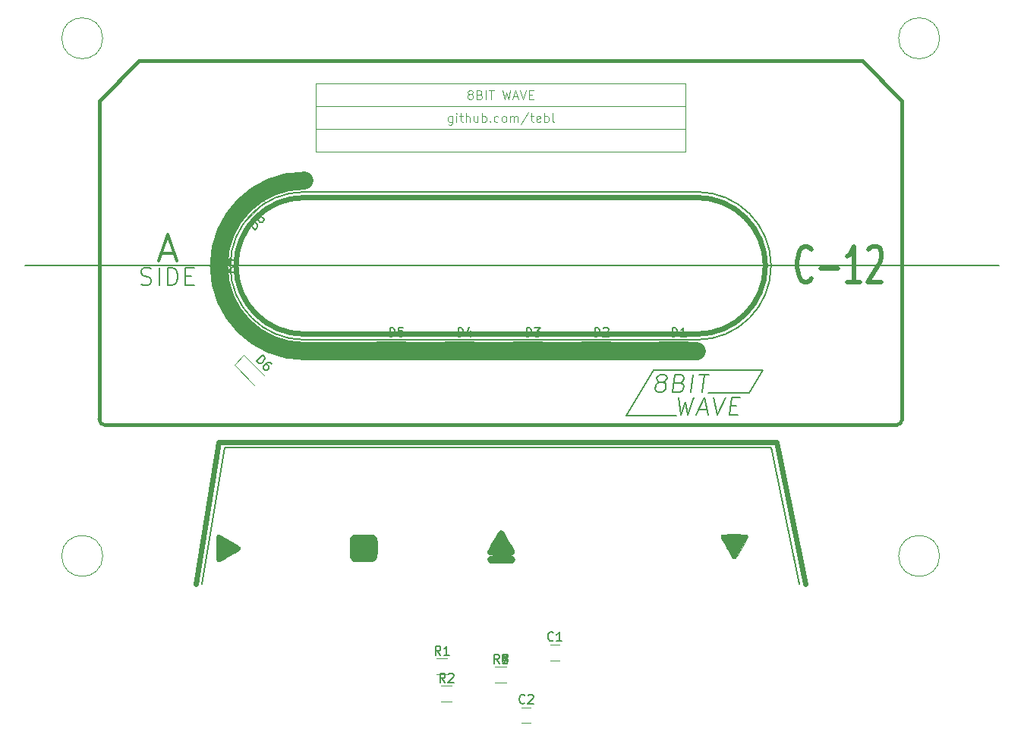
<source format=gto>
G04 #@! TF.FileFunction,Legend,Top*
%FSLAX46Y46*%
G04 Gerber Fmt 4.6, Leading zero omitted, Abs format (unit mm)*
G04 Created by KiCad (PCBNEW 4.0.7) date 02/09/20 01:32:40*
%MOMM*%
%LPD*%
G01*
G04 APERTURE LIST*
%ADD10C,0.100000*%
%ADD11C,2.000000*%
%ADD12C,0.400000*%
%ADD13C,0.600000*%
%ADD14C,0.200000*%
%ADD15C,0.500000*%
%ADD16C,0.150000*%
%ADD17C,0.300000*%
%ADD18C,0.120000*%
%ADD19C,0.010000*%
G04 APERTURE END LIST*
D10*
D11*
X98425000Y-116205000D02*
X142240000Y-116205000D01*
X88900000Y-106680000D02*
G75*
G03X98425000Y-116205000I9525000J0D01*
G01*
X98425000Y-97155000D02*
G75*
G03X88900000Y-106680000I0J-9525000D01*
G01*
D10*
X99695000Y-93980000D02*
X140970000Y-93980000D01*
X140970000Y-93980000D02*
X140970000Y-91440000D01*
X99695000Y-91440000D02*
X99695000Y-93980000D01*
D12*
X76200000Y-124460000D02*
X164465000Y-124460000D01*
D13*
X142240000Y-99060000D02*
X98425000Y-99060000D01*
X98425000Y-114300000D02*
X142240000Y-114300000D01*
D14*
X142240000Y-114935000D02*
X98425000Y-114935000D01*
X98425000Y-98425000D02*
X142240000Y-98425000D01*
D13*
X90805000Y-106680000D02*
G75*
G03X98425000Y-114300000I7620000J0D01*
G01*
D14*
X150495000Y-106680000D02*
G75*
G03X142240000Y-98425000I-8255000J0D01*
G01*
X142240000Y-114935000D02*
G75*
G03X150495000Y-106680000I0J8255000D01*
G01*
X90170000Y-106680000D02*
G75*
G03X98425000Y-114935000I8255000J0D01*
G01*
X98425000Y-98425000D02*
G75*
G03X90170000Y-106680000I0J-8255000D01*
G01*
D15*
X154960239Y-108108571D02*
X154841191Y-108299048D01*
X154484048Y-108489524D01*
X154245953Y-108489524D01*
X153888810Y-108299048D01*
X153650715Y-107918095D01*
X153531667Y-107537143D01*
X153412619Y-106775238D01*
X153412619Y-106203810D01*
X153531667Y-105441905D01*
X153650715Y-105060952D01*
X153888810Y-104680000D01*
X154245953Y-104489524D01*
X154484048Y-104489524D01*
X154841191Y-104680000D01*
X154960239Y-104870476D01*
X156031667Y-106965714D02*
X157936429Y-106965714D01*
X160436429Y-108489524D02*
X159007857Y-108489524D01*
X159722143Y-108489524D02*
X159722143Y-104489524D01*
X159484048Y-105060952D01*
X159245953Y-105441905D01*
X159007857Y-105632381D01*
X161388809Y-104870476D02*
X161507857Y-104680000D01*
X161745952Y-104489524D01*
X162341190Y-104489524D01*
X162579286Y-104680000D01*
X162698333Y-104870476D01*
X162817381Y-105251429D01*
X162817381Y-105632381D01*
X162698333Y-106203810D01*
X161269762Y-108489524D01*
X162817381Y-108489524D01*
D16*
X80232619Y-108759524D02*
X80518334Y-108854762D01*
X80994524Y-108854762D01*
X81185000Y-108759524D01*
X81280238Y-108664286D01*
X81375477Y-108473810D01*
X81375477Y-108283333D01*
X81280238Y-108092857D01*
X81185000Y-107997619D01*
X80994524Y-107902381D01*
X80613572Y-107807143D01*
X80423096Y-107711905D01*
X80327857Y-107616667D01*
X80232619Y-107426190D01*
X80232619Y-107235714D01*
X80327857Y-107045238D01*
X80423096Y-106950000D01*
X80613572Y-106854762D01*
X81089762Y-106854762D01*
X81375477Y-106950000D01*
X82232619Y-108854762D02*
X82232619Y-106854762D01*
X83185000Y-108854762D02*
X83185000Y-106854762D01*
X83661191Y-106854762D01*
X83946905Y-106950000D01*
X84137381Y-107140476D01*
X84232620Y-107330952D01*
X84327858Y-107711905D01*
X84327858Y-107997619D01*
X84232620Y-108378571D01*
X84137381Y-108569048D01*
X83946905Y-108759524D01*
X83661191Y-108854762D01*
X83185000Y-108854762D01*
X85185000Y-107807143D02*
X85851667Y-107807143D01*
X86137381Y-108854762D02*
X85185000Y-108854762D01*
X85185000Y-106854762D01*
X86137381Y-106854762D01*
D17*
X82470715Y-105275000D02*
X83899286Y-105275000D01*
X82185000Y-106132143D02*
X83185000Y-103132143D01*
X84185000Y-106132143D01*
D10*
X99695000Y-91440000D02*
X99695000Y-86360000D01*
X140970000Y-86360000D02*
X140970000Y-91440000D01*
X140970000Y-86360000D02*
X99695000Y-86360000D01*
X99695000Y-88900000D02*
X140970000Y-88900000D01*
X99695000Y-91440000D02*
X140970000Y-91440000D01*
X114927738Y-89955714D02*
X114927738Y-90765238D01*
X114880119Y-90860476D01*
X114832500Y-90908095D01*
X114737261Y-90955714D01*
X114594404Y-90955714D01*
X114499166Y-90908095D01*
X114927738Y-90574762D02*
X114832500Y-90622381D01*
X114642023Y-90622381D01*
X114546785Y-90574762D01*
X114499166Y-90527143D01*
X114451547Y-90431905D01*
X114451547Y-90146190D01*
X114499166Y-90050952D01*
X114546785Y-90003333D01*
X114642023Y-89955714D01*
X114832500Y-89955714D01*
X114927738Y-90003333D01*
X115403928Y-90622381D02*
X115403928Y-89955714D01*
X115403928Y-89622381D02*
X115356309Y-89670000D01*
X115403928Y-89717619D01*
X115451547Y-89670000D01*
X115403928Y-89622381D01*
X115403928Y-89717619D01*
X115737261Y-89955714D02*
X116118213Y-89955714D01*
X115880118Y-89622381D02*
X115880118Y-90479524D01*
X115927737Y-90574762D01*
X116022975Y-90622381D01*
X116118213Y-90622381D01*
X116451547Y-90622381D02*
X116451547Y-89622381D01*
X116880119Y-90622381D02*
X116880119Y-90098571D01*
X116832500Y-90003333D01*
X116737262Y-89955714D01*
X116594404Y-89955714D01*
X116499166Y-90003333D01*
X116451547Y-90050952D01*
X117784881Y-89955714D02*
X117784881Y-90622381D01*
X117356309Y-89955714D02*
X117356309Y-90479524D01*
X117403928Y-90574762D01*
X117499166Y-90622381D01*
X117642024Y-90622381D01*
X117737262Y-90574762D01*
X117784881Y-90527143D01*
X118261071Y-90622381D02*
X118261071Y-89622381D01*
X118261071Y-90003333D02*
X118356309Y-89955714D01*
X118546786Y-89955714D01*
X118642024Y-90003333D01*
X118689643Y-90050952D01*
X118737262Y-90146190D01*
X118737262Y-90431905D01*
X118689643Y-90527143D01*
X118642024Y-90574762D01*
X118546786Y-90622381D01*
X118356309Y-90622381D01*
X118261071Y-90574762D01*
X119165833Y-90527143D02*
X119213452Y-90574762D01*
X119165833Y-90622381D01*
X119118214Y-90574762D01*
X119165833Y-90527143D01*
X119165833Y-90622381D01*
X120070595Y-90574762D02*
X119975357Y-90622381D01*
X119784880Y-90622381D01*
X119689642Y-90574762D01*
X119642023Y-90527143D01*
X119594404Y-90431905D01*
X119594404Y-90146190D01*
X119642023Y-90050952D01*
X119689642Y-90003333D01*
X119784880Y-89955714D01*
X119975357Y-89955714D01*
X120070595Y-90003333D01*
X120642023Y-90622381D02*
X120546785Y-90574762D01*
X120499166Y-90527143D01*
X120451547Y-90431905D01*
X120451547Y-90146190D01*
X120499166Y-90050952D01*
X120546785Y-90003333D01*
X120642023Y-89955714D01*
X120784881Y-89955714D01*
X120880119Y-90003333D01*
X120927738Y-90050952D01*
X120975357Y-90146190D01*
X120975357Y-90431905D01*
X120927738Y-90527143D01*
X120880119Y-90574762D01*
X120784881Y-90622381D01*
X120642023Y-90622381D01*
X121403928Y-90622381D02*
X121403928Y-89955714D01*
X121403928Y-90050952D02*
X121451547Y-90003333D01*
X121546785Y-89955714D01*
X121689643Y-89955714D01*
X121784881Y-90003333D01*
X121832500Y-90098571D01*
X121832500Y-90622381D01*
X121832500Y-90098571D02*
X121880119Y-90003333D01*
X121975357Y-89955714D01*
X122118214Y-89955714D01*
X122213452Y-90003333D01*
X122261071Y-90098571D01*
X122261071Y-90622381D01*
X123451547Y-89574762D02*
X122594404Y-90860476D01*
X123642023Y-89955714D02*
X124022975Y-89955714D01*
X123784880Y-89622381D02*
X123784880Y-90479524D01*
X123832499Y-90574762D01*
X123927737Y-90622381D01*
X124022975Y-90622381D01*
X124737262Y-90574762D02*
X124642024Y-90622381D01*
X124451547Y-90622381D01*
X124356309Y-90574762D01*
X124308690Y-90479524D01*
X124308690Y-90098571D01*
X124356309Y-90003333D01*
X124451547Y-89955714D01*
X124642024Y-89955714D01*
X124737262Y-90003333D01*
X124784881Y-90098571D01*
X124784881Y-90193810D01*
X124308690Y-90289048D01*
X125213452Y-90622381D02*
X125213452Y-89622381D01*
X125213452Y-90003333D02*
X125308690Y-89955714D01*
X125499167Y-89955714D01*
X125594405Y-90003333D01*
X125642024Y-90050952D01*
X125689643Y-90146190D01*
X125689643Y-90431905D01*
X125642024Y-90527143D01*
X125594405Y-90574762D01*
X125499167Y-90622381D01*
X125308690Y-90622381D01*
X125213452Y-90574762D01*
X126261071Y-90622381D02*
X126165833Y-90574762D01*
X126118214Y-90479524D01*
X126118214Y-89622381D01*
X116856309Y-87510952D02*
X116761071Y-87463333D01*
X116713452Y-87415714D01*
X116665833Y-87320476D01*
X116665833Y-87272857D01*
X116713452Y-87177619D01*
X116761071Y-87130000D01*
X116856309Y-87082381D01*
X117046786Y-87082381D01*
X117142024Y-87130000D01*
X117189643Y-87177619D01*
X117237262Y-87272857D01*
X117237262Y-87320476D01*
X117189643Y-87415714D01*
X117142024Y-87463333D01*
X117046786Y-87510952D01*
X116856309Y-87510952D01*
X116761071Y-87558571D01*
X116713452Y-87606190D01*
X116665833Y-87701429D01*
X116665833Y-87891905D01*
X116713452Y-87987143D01*
X116761071Y-88034762D01*
X116856309Y-88082381D01*
X117046786Y-88082381D01*
X117142024Y-88034762D01*
X117189643Y-87987143D01*
X117237262Y-87891905D01*
X117237262Y-87701429D01*
X117189643Y-87606190D01*
X117142024Y-87558571D01*
X117046786Y-87510952D01*
X117999167Y-87558571D02*
X118142024Y-87606190D01*
X118189643Y-87653810D01*
X118237262Y-87749048D01*
X118237262Y-87891905D01*
X118189643Y-87987143D01*
X118142024Y-88034762D01*
X118046786Y-88082381D01*
X117665833Y-88082381D01*
X117665833Y-87082381D01*
X117999167Y-87082381D01*
X118094405Y-87130000D01*
X118142024Y-87177619D01*
X118189643Y-87272857D01*
X118189643Y-87368095D01*
X118142024Y-87463333D01*
X118094405Y-87510952D01*
X117999167Y-87558571D01*
X117665833Y-87558571D01*
X118665833Y-88082381D02*
X118665833Y-87082381D01*
X118999166Y-87082381D02*
X119570595Y-87082381D01*
X119284880Y-88082381D02*
X119284880Y-87082381D01*
X120570595Y-87082381D02*
X120808690Y-88082381D01*
X120999167Y-87368095D01*
X121189643Y-88082381D01*
X121427738Y-87082381D01*
X121761071Y-87796667D02*
X122237262Y-87796667D01*
X121665833Y-88082381D02*
X121999166Y-87082381D01*
X122332500Y-88082381D01*
X122522976Y-87082381D02*
X122856309Y-88082381D01*
X123189643Y-87082381D01*
X123522976Y-87558571D02*
X123856310Y-87558571D01*
X123999167Y-88082381D02*
X123522976Y-88082381D01*
X123522976Y-87082381D01*
X123999167Y-87082381D01*
D14*
X153670000Y-142240000D02*
X150495000Y-127000000D01*
X86995000Y-142240000D02*
X89530000Y-127000000D01*
X150495000Y-127000000D02*
X89535000Y-127000000D01*
D13*
X149860000Y-106680000D02*
G75*
G03X142240000Y-99060000I-7620000J0D01*
G01*
X142240000Y-114300000D02*
G75*
G03X149860000Y-106680000I0J7620000D01*
G01*
X98425000Y-99060000D02*
G75*
G03X90805000Y-106680000I0J-7620000D01*
G01*
D12*
X160655000Y-83820000D02*
X80010000Y-83820000D01*
X165100000Y-123825000D02*
X165100000Y-88265000D01*
X164465000Y-124460000D02*
G75*
G03X165100000Y-123825000I0J635000D01*
G01*
X75565000Y-123825000D02*
X75565000Y-88265000D01*
X75565000Y-123825000D02*
G75*
G03X76200000Y-124460000I635000J0D01*
G01*
X160655000Y-83820000D02*
X165100000Y-88265000D01*
X80010000Y-83820000D02*
X75565000Y-88265000D01*
D13*
X88900000Y-126365000D02*
X151130000Y-126365000D01*
X88900000Y-126365000D02*
X86360000Y-142240000D01*
X151130000Y-126365000D02*
X154305000Y-142240000D01*
D14*
X67310000Y-106680000D02*
X175895000Y-106680000D01*
D18*
X75946000Y-139065000D02*
G75*
G03X75946000Y-139065000I-2286000J0D01*
G01*
X169291000Y-139065000D02*
G75*
G03X169291000Y-139065000I-2286000J0D01*
G01*
X169291000Y-81280000D02*
G75*
G03X169291000Y-81280000I-2286000J0D01*
G01*
X75946000Y-81280000D02*
G75*
G03X75946000Y-81280000I-2286000J0D01*
G01*
D19*
G36*
X88918908Y-136706653D02*
X89047678Y-136758817D01*
X89154590Y-136816790D01*
X89228716Y-136859672D01*
X89344528Y-136926514D01*
X89494779Y-137013140D01*
X89672224Y-137115375D01*
X89869614Y-137229044D01*
X90079705Y-137349971D01*
X90262157Y-137454946D01*
X90469420Y-137575216D01*
X90662816Y-137689434D01*
X90836437Y-137793960D01*
X90984377Y-137885154D01*
X91100728Y-137959376D01*
X91179583Y-138012987D01*
X91214657Y-138041852D01*
X91264411Y-138143950D01*
X91258984Y-138248631D01*
X91198849Y-138349050D01*
X91193056Y-138355268D01*
X91150981Y-138387908D01*
X91065861Y-138444512D01*
X90943827Y-138521335D01*
X90791008Y-138614631D01*
X90613534Y-138720653D01*
X90417534Y-138835656D01*
X90226445Y-138945985D01*
X90012735Y-139068491D01*
X89806226Y-139186994D01*
X89614090Y-139297366D01*
X89443501Y-139395484D01*
X89301634Y-139477220D01*
X89195663Y-139538449D01*
X89140337Y-139570605D01*
X88990930Y-139647847D01*
X88872405Y-139684122D01*
X88777288Y-139679877D01*
X88698106Y-139635555D01*
X88662620Y-139599057D01*
X88589556Y-139512225D01*
X88589556Y-136867998D01*
X88662620Y-136781166D01*
X88734188Y-136718393D01*
X88817014Y-136693367D01*
X88918908Y-136706653D01*
X88918908Y-136706653D01*
G37*
X88918908Y-136706653D02*
X89047678Y-136758817D01*
X89154590Y-136816790D01*
X89228716Y-136859672D01*
X89344528Y-136926514D01*
X89494779Y-137013140D01*
X89672224Y-137115375D01*
X89869614Y-137229044D01*
X90079705Y-137349971D01*
X90262157Y-137454946D01*
X90469420Y-137575216D01*
X90662816Y-137689434D01*
X90836437Y-137793960D01*
X90984377Y-137885154D01*
X91100728Y-137959376D01*
X91179583Y-138012987D01*
X91214657Y-138041852D01*
X91264411Y-138143950D01*
X91258984Y-138248631D01*
X91198849Y-138349050D01*
X91193056Y-138355268D01*
X91150981Y-138387908D01*
X91065861Y-138444512D01*
X90943827Y-138521335D01*
X90791008Y-138614631D01*
X90613534Y-138720653D01*
X90417534Y-138835656D01*
X90226445Y-138945985D01*
X90012735Y-139068491D01*
X89806226Y-139186994D01*
X89614090Y-139297366D01*
X89443501Y-139395484D01*
X89301634Y-139477220D01*
X89195663Y-139538449D01*
X89140337Y-139570605D01*
X88990930Y-139647847D01*
X88872405Y-139684122D01*
X88777288Y-139679877D01*
X88698106Y-139635555D01*
X88662620Y-139599057D01*
X88589556Y-139512225D01*
X88589556Y-136867998D01*
X88662620Y-136781166D01*
X88734188Y-136718393D01*
X88817014Y-136693367D01*
X88918908Y-136706653D01*
G36*
X106164162Y-136738047D02*
X106321687Y-136846139D01*
X106437341Y-136991905D01*
X106500182Y-137139135D01*
X106512565Y-137210607D01*
X106522771Y-137329511D01*
X106530807Y-137486879D01*
X106536677Y-137673741D01*
X106540387Y-137881126D01*
X106541943Y-138100066D01*
X106541350Y-138321590D01*
X106538613Y-138536730D01*
X106533738Y-138736515D01*
X106526731Y-138911977D01*
X106517597Y-139054145D01*
X106506341Y-139154050D01*
X106498935Y-139188787D01*
X106422715Y-139360619D01*
X106307007Y-139493723D01*
X106167248Y-139584194D01*
X106019807Y-139657667D01*
X105030515Y-139655439D01*
X104749608Y-139653939D01*
X104504470Y-139650858D01*
X104299102Y-139646314D01*
X104137502Y-139640426D01*
X104023670Y-139633312D01*
X103961605Y-139625091D01*
X103956556Y-139623615D01*
X103803728Y-139541563D01*
X103671881Y-139413254D01*
X103611463Y-139325100D01*
X103533223Y-139192000D01*
X103524794Y-138226449D01*
X103523200Y-137934625D01*
X103523806Y-137683267D01*
X103526547Y-137475638D01*
X103531359Y-137314999D01*
X103538178Y-137204612D01*
X103545877Y-137151299D01*
X103617375Y-136987534D01*
X103731970Y-136846661D01*
X103877411Y-136743303D01*
X103894738Y-136734865D01*
X103934550Y-136716792D01*
X103972475Y-136702230D01*
X104014837Y-136690798D01*
X104067959Y-136682116D01*
X104138164Y-136675802D01*
X104231775Y-136671474D01*
X104355114Y-136668752D01*
X104514504Y-136667254D01*
X104716269Y-136666599D01*
X104966731Y-136666406D01*
X105030515Y-136666387D01*
X106019807Y-136666112D01*
X106164162Y-136738047D01*
X106164162Y-136738047D01*
G37*
X106164162Y-136738047D02*
X106321687Y-136846139D01*
X106437341Y-136991905D01*
X106500182Y-137139135D01*
X106512565Y-137210607D01*
X106522771Y-137329511D01*
X106530807Y-137486879D01*
X106536677Y-137673741D01*
X106540387Y-137881126D01*
X106541943Y-138100066D01*
X106541350Y-138321590D01*
X106538613Y-138536730D01*
X106533738Y-138736515D01*
X106526731Y-138911977D01*
X106517597Y-139054145D01*
X106506341Y-139154050D01*
X106498935Y-139188787D01*
X106422715Y-139360619D01*
X106307007Y-139493723D01*
X106167248Y-139584194D01*
X106019807Y-139657667D01*
X105030515Y-139655439D01*
X104749608Y-139653939D01*
X104504470Y-139650858D01*
X104299102Y-139646314D01*
X104137502Y-139640426D01*
X104023670Y-139633312D01*
X103961605Y-139625091D01*
X103956556Y-139623615D01*
X103803728Y-139541563D01*
X103671881Y-139413254D01*
X103611463Y-139325100D01*
X103533223Y-139192000D01*
X103524794Y-138226449D01*
X103523200Y-137934625D01*
X103523806Y-137683267D01*
X103526547Y-137475638D01*
X103531359Y-137314999D01*
X103538178Y-137204612D01*
X103545877Y-137151299D01*
X103617375Y-136987534D01*
X103731970Y-136846661D01*
X103877411Y-136743303D01*
X103894738Y-136734865D01*
X103934550Y-136716792D01*
X103972475Y-136702230D01*
X104014837Y-136690798D01*
X104067959Y-136682116D01*
X104138164Y-136675802D01*
X104231775Y-136671474D01*
X104355114Y-136668752D01*
X104514504Y-136667254D01*
X104716269Y-136666599D01*
X104966731Y-136666406D01*
X105030515Y-136666387D01*
X106019807Y-136666112D01*
X106164162Y-136738047D01*
G36*
X120887520Y-139013215D02*
X121117922Y-139015236D01*
X121303092Y-139018932D01*
X121439818Y-139024249D01*
X121524890Y-139031134D01*
X121546625Y-139035032D01*
X121633508Y-139074104D01*
X121722720Y-139137424D01*
X121749261Y-139162327D01*
X121810907Y-139236905D01*
X121842536Y-139312954D01*
X121855674Y-139409817D01*
X121844480Y-139563427D01*
X121784852Y-139688704D01*
X121675184Y-139788830D01*
X121659203Y-139798931D01*
X121634616Y-139812588D01*
X121606275Y-139823831D01*
X121568787Y-139832893D01*
X121516758Y-139840010D01*
X121444793Y-139845414D01*
X121347498Y-139849341D01*
X121219481Y-139852024D01*
X121055347Y-139853699D01*
X120849702Y-139854598D01*
X120597153Y-139854957D01*
X120367778Y-139855012D01*
X120075511Y-139854909D01*
X119834295Y-139854446D01*
X119638735Y-139853389D01*
X119483438Y-139851502D01*
X119363009Y-139848551D01*
X119272056Y-139844303D01*
X119205184Y-139838524D01*
X119156998Y-139830978D01*
X119122107Y-139821432D01*
X119095114Y-139809651D01*
X119076354Y-139798931D01*
X118960195Y-139700340D01*
X118894490Y-139576502D01*
X118878705Y-139426375D01*
X118879385Y-139415811D01*
X118911576Y-139266619D01*
X118986819Y-139150585D01*
X119083667Y-139074438D01*
X119108521Y-139061425D01*
X119140165Y-139050693D01*
X119184106Y-139041971D01*
X119245850Y-139034989D01*
X119330905Y-139029475D01*
X119444776Y-139025158D01*
X119592972Y-139021768D01*
X119780998Y-139019034D01*
X120014361Y-139016684D01*
X120298568Y-139014449D01*
X120303857Y-139014410D01*
X120615094Y-139012922D01*
X120887520Y-139013215D01*
X120887520Y-139013215D01*
G37*
X120887520Y-139013215D02*
X121117922Y-139015236D01*
X121303092Y-139018932D01*
X121439818Y-139024249D01*
X121524890Y-139031134D01*
X121546625Y-139035032D01*
X121633508Y-139074104D01*
X121722720Y-139137424D01*
X121749261Y-139162327D01*
X121810907Y-139236905D01*
X121842536Y-139312954D01*
X121855674Y-139409817D01*
X121844480Y-139563427D01*
X121784852Y-139688704D01*
X121675184Y-139788830D01*
X121659203Y-139798931D01*
X121634616Y-139812588D01*
X121606275Y-139823831D01*
X121568787Y-139832893D01*
X121516758Y-139840010D01*
X121444793Y-139845414D01*
X121347498Y-139849341D01*
X121219481Y-139852024D01*
X121055347Y-139853699D01*
X120849702Y-139854598D01*
X120597153Y-139854957D01*
X120367778Y-139855012D01*
X120075511Y-139854909D01*
X119834295Y-139854446D01*
X119638735Y-139853389D01*
X119483438Y-139851502D01*
X119363009Y-139848551D01*
X119272056Y-139844303D01*
X119205184Y-139838524D01*
X119156998Y-139830978D01*
X119122107Y-139821432D01*
X119095114Y-139809651D01*
X119076354Y-139798931D01*
X118960195Y-139700340D01*
X118894490Y-139576502D01*
X118878705Y-139426375D01*
X118879385Y-139415811D01*
X118911576Y-139266619D01*
X118986819Y-139150585D01*
X119083667Y-139074438D01*
X119108521Y-139061425D01*
X119140165Y-139050693D01*
X119184106Y-139041971D01*
X119245850Y-139034989D01*
X119330905Y-139029475D01*
X119444776Y-139025158D01*
X119592972Y-139021768D01*
X119780998Y-139019034D01*
X120014361Y-139016684D01*
X120298568Y-139014449D01*
X120303857Y-139014410D01*
X120615094Y-139012922D01*
X120887520Y-139013215D01*
G36*
X120387987Y-136195069D02*
X120489114Y-136249559D01*
X120505241Y-136263945D01*
X120538163Y-136306157D01*
X120595015Y-136391348D01*
X120672006Y-136513330D01*
X120765341Y-136665913D01*
X120871230Y-136842908D01*
X120985879Y-137038128D01*
X121088920Y-137216445D01*
X121211067Y-137429359D01*
X121329606Y-137635865D01*
X121440286Y-137828569D01*
X121538858Y-138000077D01*
X121621075Y-138142995D01*
X121682685Y-138249931D01*
X121713012Y-138302410D01*
X121789569Y-138448347D01*
X121828495Y-138562449D01*
X121830575Y-138654238D01*
X121796594Y-138733231D01*
X121752838Y-138784949D01*
X121670342Y-138867445D01*
X119017442Y-138867445D01*
X118930610Y-138794381D01*
X118893730Y-138761766D01*
X118865669Y-138729482D01*
X118848179Y-138693112D01*
X118843010Y-138648243D01*
X118851916Y-138590457D01*
X118876647Y-138515342D01*
X118918955Y-138418480D01*
X118980593Y-138295457D01*
X119063311Y-138141858D01*
X119168862Y-137953267D01*
X119298997Y-137725270D01*
X119455468Y-137453451D01*
X119478391Y-137413700D01*
X119611724Y-137183870D01*
X119738752Y-136967500D01*
X119856263Y-136769877D01*
X119961045Y-136596287D01*
X120049886Y-136452016D01*
X120119575Y-136342350D01*
X120166900Y-136272577D01*
X120185521Y-136249834D01*
X120284345Y-136195052D01*
X120387987Y-136195069D01*
X120387987Y-136195069D01*
G37*
X120387987Y-136195069D02*
X120489114Y-136249559D01*
X120505241Y-136263945D01*
X120538163Y-136306157D01*
X120595015Y-136391348D01*
X120672006Y-136513330D01*
X120765341Y-136665913D01*
X120871230Y-136842908D01*
X120985879Y-137038128D01*
X121088920Y-137216445D01*
X121211067Y-137429359D01*
X121329606Y-137635865D01*
X121440286Y-137828569D01*
X121538858Y-138000077D01*
X121621075Y-138142995D01*
X121682685Y-138249931D01*
X121713012Y-138302410D01*
X121789569Y-138448347D01*
X121828495Y-138562449D01*
X121830575Y-138654238D01*
X121796594Y-138733231D01*
X121752838Y-138784949D01*
X121670342Y-138867445D01*
X119017442Y-138867445D01*
X118930610Y-138794381D01*
X118893730Y-138761766D01*
X118865669Y-138729482D01*
X118848179Y-138693112D01*
X118843010Y-138648243D01*
X118851916Y-138590457D01*
X118876647Y-138515342D01*
X118918955Y-138418480D01*
X118980593Y-138295457D01*
X119063311Y-138141858D01*
X119168862Y-137953267D01*
X119298997Y-137725270D01*
X119455468Y-137453451D01*
X119478391Y-137413700D01*
X119611724Y-137183870D01*
X119738752Y-136967500D01*
X119856263Y-136769877D01*
X119961045Y-136596287D01*
X120049886Y-136452016D01*
X120119575Y-136342350D01*
X120166900Y-136272577D01*
X120185521Y-136249834D01*
X120284345Y-136195052D01*
X120387987Y-136195069D01*
G36*
X146691407Y-136652228D02*
X146956698Y-136653216D01*
X147175314Y-136655420D01*
X147352139Y-136659296D01*
X147492057Y-136665301D01*
X147599952Y-136673890D01*
X147680708Y-136685521D01*
X147739209Y-136700649D01*
X147780341Y-136719730D01*
X147808986Y-136743220D01*
X147830028Y-136771577D01*
X147839840Y-136788867D01*
X147856510Y-136824601D01*
X147866123Y-136861916D01*
X147866614Y-136905360D01*
X147855920Y-136959481D01*
X147831979Y-137028825D01*
X147792728Y-137117940D01*
X147736103Y-137231372D01*
X147660041Y-137373670D01*
X147562480Y-137549379D01*
X147441355Y-137763048D01*
X147294605Y-138019224D01*
X147233030Y-138126336D01*
X147100112Y-138356338D01*
X146974075Y-138572360D01*
X146858026Y-138769221D01*
X146755075Y-138941742D01*
X146668329Y-139084743D01*
X146600898Y-139193044D01*
X146555889Y-139261465D01*
X146538459Y-139283723D01*
X146463884Y-139318820D01*
X146364619Y-139331601D01*
X146268565Y-139320238D01*
X146228842Y-139304001D01*
X146194791Y-139268430D01*
X146142558Y-139195855D01*
X146080883Y-139098884D01*
X146048442Y-139043804D01*
X146002766Y-138964366D01*
X145933103Y-138843523D01*
X145843751Y-138688714D01*
X145739008Y-138507380D01*
X145623171Y-138306963D01*
X145500538Y-138094902D01*
X145396878Y-137915739D01*
X145254931Y-137669654D01*
X145139545Y-137466998D01*
X145048505Y-137302645D01*
X144979590Y-137171470D01*
X144930583Y-137068344D01*
X144899266Y-136988143D01*
X144883421Y-136925740D01*
X144880829Y-136876009D01*
X144889273Y-136833823D01*
X144906534Y-136794056D01*
X144909272Y-136788867D01*
X144928256Y-136757726D01*
X144952234Y-136731694D01*
X144986091Y-136710315D01*
X145034711Y-136693134D01*
X145102977Y-136679693D01*
X145195774Y-136669536D01*
X145317987Y-136662208D01*
X145474499Y-136657252D01*
X145670194Y-136654212D01*
X145909957Y-136652632D01*
X146198671Y-136652055D01*
X146374556Y-136652000D01*
X146691407Y-136652228D01*
X146691407Y-136652228D01*
G37*
X146691407Y-136652228D02*
X146956698Y-136653216D01*
X147175314Y-136655420D01*
X147352139Y-136659296D01*
X147492057Y-136665301D01*
X147599952Y-136673890D01*
X147680708Y-136685521D01*
X147739209Y-136700649D01*
X147780341Y-136719730D01*
X147808986Y-136743220D01*
X147830028Y-136771577D01*
X147839840Y-136788867D01*
X147856510Y-136824601D01*
X147866123Y-136861916D01*
X147866614Y-136905360D01*
X147855920Y-136959481D01*
X147831979Y-137028825D01*
X147792728Y-137117940D01*
X147736103Y-137231372D01*
X147660041Y-137373670D01*
X147562480Y-137549379D01*
X147441355Y-137763048D01*
X147294605Y-138019224D01*
X147233030Y-138126336D01*
X147100112Y-138356338D01*
X146974075Y-138572360D01*
X146858026Y-138769221D01*
X146755075Y-138941742D01*
X146668329Y-139084743D01*
X146600898Y-139193044D01*
X146555889Y-139261465D01*
X146538459Y-139283723D01*
X146463884Y-139318820D01*
X146364619Y-139331601D01*
X146268565Y-139320238D01*
X146228842Y-139304001D01*
X146194791Y-139268430D01*
X146142558Y-139195855D01*
X146080883Y-139098884D01*
X146048442Y-139043804D01*
X146002766Y-138964366D01*
X145933103Y-138843523D01*
X145843751Y-138688714D01*
X145739008Y-138507380D01*
X145623171Y-138306963D01*
X145500538Y-138094902D01*
X145396878Y-137915739D01*
X145254931Y-137669654D01*
X145139545Y-137466998D01*
X145048505Y-137302645D01*
X144979590Y-137171470D01*
X144930583Y-137068344D01*
X144899266Y-136988143D01*
X144883421Y-136925740D01*
X144880829Y-136876009D01*
X144889273Y-136833823D01*
X144906534Y-136794056D01*
X144909272Y-136788867D01*
X144928256Y-136757726D01*
X144952234Y-136731694D01*
X144986091Y-136710315D01*
X145034711Y-136693134D01*
X145102977Y-136679693D01*
X145195774Y-136669536D01*
X145317987Y-136662208D01*
X145474499Y-136657252D01*
X145670194Y-136654212D01*
X145909957Y-136652632D01*
X146198671Y-136652055D01*
X146374556Y-136652000D01*
X146691407Y-136652228D01*
D18*
X126865000Y-149010000D02*
X125865000Y-149010000D01*
X125865000Y-150710000D02*
X126865000Y-150710000D01*
X123690000Y-155995000D02*
X122690000Y-155995000D01*
X122690000Y-157695000D02*
X123690000Y-157695000D01*
X141208000Y-116574000D02*
X138008000Y-116574000D01*
X138008000Y-115074000D02*
X141208000Y-115074000D01*
X138008000Y-115074000D02*
X138008000Y-116574000D01*
X114392000Y-152264000D02*
X113192000Y-152264000D01*
X113192000Y-150504000D02*
X114392000Y-150504000D01*
X114900000Y-155312000D02*
X113700000Y-155312000D01*
X113700000Y-153552000D02*
X114900000Y-153552000D01*
X132572000Y-116574000D02*
X129372000Y-116574000D01*
X129372000Y-115074000D02*
X132572000Y-115074000D01*
X129372000Y-115074000D02*
X129372000Y-116574000D01*
X124952000Y-116574000D02*
X121752000Y-116574000D01*
X121752000Y-115074000D02*
X124952000Y-115074000D01*
X121752000Y-115074000D02*
X121752000Y-116574000D01*
X117332000Y-116574000D02*
X114132000Y-116574000D01*
X114132000Y-115074000D02*
X117332000Y-115074000D01*
X114132000Y-115074000D02*
X114132000Y-116574000D01*
X109712000Y-116574000D02*
X106512000Y-116574000D01*
X106512000Y-115074000D02*
X109712000Y-115074000D01*
X106512000Y-115074000D02*
X106512000Y-116574000D01*
X92886777Y-119982437D02*
X90624035Y-117719695D01*
X91684695Y-116659035D02*
X93947437Y-118921777D01*
X91684695Y-116659035D02*
X90624035Y-117719695D01*
X88150000Y-107680000D02*
X88150000Y-104480000D01*
X89650000Y-104480000D02*
X89650000Y-107680000D01*
X89650000Y-104480000D02*
X88150000Y-104480000D01*
X90710563Y-100760777D02*
X92973305Y-98498035D01*
X94033965Y-99558695D02*
X91771223Y-101821437D01*
X94033965Y-99558695D02*
X92973305Y-98498035D01*
X120932500Y-153195001D02*
X119732500Y-153195001D01*
X119732500Y-151435001D02*
X120932500Y-151435001D01*
X120932500Y-153195001D02*
X119732500Y-153195001D01*
X119732500Y-151435001D02*
X120932500Y-151435001D01*
X120932500Y-153195001D02*
X119732500Y-153195001D01*
X119732500Y-151435001D02*
X120932500Y-151435001D01*
X120932500Y-153195001D02*
X119732500Y-153195001D01*
X119732500Y-151435001D02*
X120932500Y-151435001D01*
X120932500Y-153195001D02*
X119732500Y-153195001D01*
X119732500Y-151435001D02*
X120932500Y-151435001D01*
X120932500Y-153195001D02*
X119732500Y-153195001D01*
X119732500Y-151435001D02*
X120932500Y-151435001D01*
D16*
X143510000Y-120904000D02*
X148082000Y-120904000D01*
X134366000Y-123444000D02*
X137414000Y-118364000D01*
X148082000Y-120904000D02*
X149606000Y-118364000D01*
X134366000Y-123444000D02*
X139954000Y-123444000D01*
X149606000Y-118364000D02*
X137414000Y-118364000D01*
X126198334Y-148467143D02*
X126150715Y-148514762D01*
X126007858Y-148562381D01*
X125912620Y-148562381D01*
X125769762Y-148514762D01*
X125674524Y-148419524D01*
X125626905Y-148324286D01*
X125579286Y-148133810D01*
X125579286Y-147990952D01*
X125626905Y-147800476D01*
X125674524Y-147705238D01*
X125769762Y-147610000D01*
X125912620Y-147562381D01*
X126007858Y-147562381D01*
X126150715Y-147610000D01*
X126198334Y-147657619D01*
X127150715Y-148562381D02*
X126579286Y-148562381D01*
X126865000Y-148562381D02*
X126865000Y-147562381D01*
X126769762Y-147705238D01*
X126674524Y-147800476D01*
X126579286Y-147848095D01*
X123023334Y-155452143D02*
X122975715Y-155499762D01*
X122832858Y-155547381D01*
X122737620Y-155547381D01*
X122594762Y-155499762D01*
X122499524Y-155404524D01*
X122451905Y-155309286D01*
X122404286Y-155118810D01*
X122404286Y-154975952D01*
X122451905Y-154785476D01*
X122499524Y-154690238D01*
X122594762Y-154595000D01*
X122737620Y-154547381D01*
X122832858Y-154547381D01*
X122975715Y-154595000D01*
X123023334Y-154642619D01*
X123404286Y-154642619D02*
X123451905Y-154595000D01*
X123547143Y-154547381D01*
X123785239Y-154547381D01*
X123880477Y-154595000D01*
X123928096Y-154642619D01*
X123975715Y-154737857D01*
X123975715Y-154833095D01*
X123928096Y-154975952D01*
X123356667Y-155547381D01*
X123975715Y-155547381D01*
X139469905Y-114576381D02*
X139469905Y-113576381D01*
X139708000Y-113576381D01*
X139850858Y-113624000D01*
X139946096Y-113719238D01*
X139993715Y-113814476D01*
X140041334Y-114004952D01*
X140041334Y-114147810D01*
X139993715Y-114338286D01*
X139946096Y-114433524D01*
X139850858Y-114528762D01*
X139708000Y-114576381D01*
X139469905Y-114576381D01*
X140993715Y-114576381D02*
X140422286Y-114576381D01*
X140708000Y-114576381D02*
X140708000Y-113576381D01*
X140612762Y-113719238D01*
X140517524Y-113814476D01*
X140422286Y-113862095D01*
X113625334Y-150136381D02*
X113292000Y-149660190D01*
X113053905Y-150136381D02*
X113053905Y-149136381D01*
X113434858Y-149136381D01*
X113530096Y-149184000D01*
X113577715Y-149231619D01*
X113625334Y-149326857D01*
X113625334Y-149469714D01*
X113577715Y-149564952D01*
X113530096Y-149612571D01*
X113434858Y-149660190D01*
X113053905Y-149660190D01*
X114577715Y-150136381D02*
X114006286Y-150136381D01*
X114292000Y-150136381D02*
X114292000Y-149136381D01*
X114196762Y-149279238D01*
X114101524Y-149374476D01*
X114006286Y-149422095D01*
X114133334Y-153184381D02*
X113800000Y-152708190D01*
X113561905Y-153184381D02*
X113561905Y-152184381D01*
X113942858Y-152184381D01*
X114038096Y-152232000D01*
X114085715Y-152279619D01*
X114133334Y-152374857D01*
X114133334Y-152517714D01*
X114085715Y-152612952D01*
X114038096Y-152660571D01*
X113942858Y-152708190D01*
X113561905Y-152708190D01*
X114514286Y-152279619D02*
X114561905Y-152232000D01*
X114657143Y-152184381D01*
X114895239Y-152184381D01*
X114990477Y-152232000D01*
X115038096Y-152279619D01*
X115085715Y-152374857D01*
X115085715Y-152470095D01*
X115038096Y-152612952D01*
X114466667Y-153184381D01*
X115085715Y-153184381D01*
X130833905Y-114576381D02*
X130833905Y-113576381D01*
X131072000Y-113576381D01*
X131214858Y-113624000D01*
X131310096Y-113719238D01*
X131357715Y-113814476D01*
X131405334Y-114004952D01*
X131405334Y-114147810D01*
X131357715Y-114338286D01*
X131310096Y-114433524D01*
X131214858Y-114528762D01*
X131072000Y-114576381D01*
X130833905Y-114576381D01*
X131786286Y-113671619D02*
X131833905Y-113624000D01*
X131929143Y-113576381D01*
X132167239Y-113576381D01*
X132262477Y-113624000D01*
X132310096Y-113671619D01*
X132357715Y-113766857D01*
X132357715Y-113862095D01*
X132310096Y-114004952D01*
X131738667Y-114576381D01*
X132357715Y-114576381D01*
X123213905Y-114576381D02*
X123213905Y-113576381D01*
X123452000Y-113576381D01*
X123594858Y-113624000D01*
X123690096Y-113719238D01*
X123737715Y-113814476D01*
X123785334Y-114004952D01*
X123785334Y-114147810D01*
X123737715Y-114338286D01*
X123690096Y-114433524D01*
X123594858Y-114528762D01*
X123452000Y-114576381D01*
X123213905Y-114576381D01*
X124118667Y-113576381D02*
X124737715Y-113576381D01*
X124404381Y-113957333D01*
X124547239Y-113957333D01*
X124642477Y-114004952D01*
X124690096Y-114052571D01*
X124737715Y-114147810D01*
X124737715Y-114385905D01*
X124690096Y-114481143D01*
X124642477Y-114528762D01*
X124547239Y-114576381D01*
X124261524Y-114576381D01*
X124166286Y-114528762D01*
X124118667Y-114481143D01*
X115593905Y-114576381D02*
X115593905Y-113576381D01*
X115832000Y-113576381D01*
X115974858Y-113624000D01*
X116070096Y-113719238D01*
X116117715Y-113814476D01*
X116165334Y-114004952D01*
X116165334Y-114147810D01*
X116117715Y-114338286D01*
X116070096Y-114433524D01*
X115974858Y-114528762D01*
X115832000Y-114576381D01*
X115593905Y-114576381D01*
X117022477Y-113909714D02*
X117022477Y-114576381D01*
X116784381Y-113528762D02*
X116546286Y-114243048D01*
X117165334Y-114243048D01*
X107973905Y-114576381D02*
X107973905Y-113576381D01*
X108212000Y-113576381D01*
X108354858Y-113624000D01*
X108450096Y-113719238D01*
X108497715Y-113814476D01*
X108545334Y-114004952D01*
X108545334Y-114147810D01*
X108497715Y-114338286D01*
X108450096Y-114433524D01*
X108354858Y-114528762D01*
X108212000Y-114576381D01*
X107973905Y-114576381D01*
X109450096Y-113576381D02*
X108973905Y-113576381D01*
X108926286Y-114052571D01*
X108973905Y-114004952D01*
X109069143Y-113957333D01*
X109307239Y-113957333D01*
X109402477Y-114004952D01*
X109450096Y-114052571D01*
X109497715Y-114147810D01*
X109497715Y-114385905D01*
X109450096Y-114481143D01*
X109402477Y-114528762D01*
X109307239Y-114576381D01*
X109069143Y-114576381D01*
X108973905Y-114528762D01*
X108926286Y-114481143D01*
X93070288Y-117340888D02*
X93777395Y-116633781D01*
X93945754Y-116802140D01*
X94013098Y-116936827D01*
X94013098Y-117071514D01*
X93979426Y-117172529D01*
X93878411Y-117340888D01*
X93777395Y-117441904D01*
X93609037Y-117542919D01*
X93508021Y-117576590D01*
X93373335Y-117576590D01*
X93238647Y-117509246D01*
X93070288Y-117340888D01*
X94787548Y-117643934D02*
X94652860Y-117509246D01*
X94551845Y-117475575D01*
X94484502Y-117475575D01*
X94316143Y-117509246D01*
X94147785Y-117610261D01*
X93878410Y-117879636D01*
X93844739Y-117980651D01*
X93844739Y-118047994D01*
X93878410Y-118149010D01*
X94013098Y-118283697D01*
X94114113Y-118317369D01*
X94181456Y-118317369D01*
X94282472Y-118283697D01*
X94450830Y-118115339D01*
X94484503Y-118014323D01*
X94484503Y-117946979D01*
X94450831Y-117845964D01*
X94316143Y-117711277D01*
X94215128Y-117677605D01*
X94147785Y-117677605D01*
X94046769Y-117711277D01*
X91052381Y-107418095D02*
X90052381Y-107418095D01*
X90052381Y-107180000D01*
X90100000Y-107037142D01*
X90195238Y-106941904D01*
X90290476Y-106894285D01*
X90480952Y-106846666D01*
X90623810Y-106846666D01*
X90814286Y-106894285D01*
X90909524Y-106941904D01*
X91004762Y-107037142D01*
X91052381Y-107180000D01*
X91052381Y-107418095D01*
X90052381Y-106513333D02*
X90052381Y-105846666D01*
X91052381Y-106275238D01*
X92948052Y-102627876D02*
X92240945Y-101920769D01*
X92409304Y-101752410D01*
X92543991Y-101685066D01*
X92678678Y-101685066D01*
X92779693Y-101718738D01*
X92948052Y-101819753D01*
X93049068Y-101920769D01*
X93150083Y-102089127D01*
X93183754Y-102190143D01*
X93183754Y-102324829D01*
X93116410Y-102459517D01*
X92948052Y-102627876D01*
X93352112Y-101415692D02*
X93251097Y-101449364D01*
X93183754Y-101449364D01*
X93082739Y-101415692D01*
X93049067Y-101382021D01*
X93015395Y-101281006D01*
X93015395Y-101213662D01*
X93049067Y-101112647D01*
X93183754Y-100977959D01*
X93284770Y-100944288D01*
X93352113Y-100944288D01*
X93453128Y-100977959D01*
X93486800Y-101011631D01*
X93520472Y-101112646D01*
X93520472Y-101179990D01*
X93486800Y-101281005D01*
X93352112Y-101415692D01*
X93318441Y-101516708D01*
X93318441Y-101584051D01*
X93352113Y-101685067D01*
X93486800Y-101819754D01*
X93587815Y-101853425D01*
X93655158Y-101853425D01*
X93756174Y-101819754D01*
X93890861Y-101685066D01*
X93924533Y-101584051D01*
X93924533Y-101516708D01*
X93890861Y-101415692D01*
X93756174Y-101281006D01*
X93655158Y-101247333D01*
X93587815Y-101247333D01*
X93486800Y-101281005D01*
X120165834Y-151067382D02*
X119832500Y-150591191D01*
X119594405Y-151067382D02*
X119594405Y-150067382D01*
X119975358Y-150067382D01*
X120070596Y-150115001D01*
X120118215Y-150162620D01*
X120165834Y-150257858D01*
X120165834Y-150400715D01*
X120118215Y-150495953D01*
X120070596Y-150543572D01*
X119975358Y-150591191D01*
X119594405Y-150591191D01*
X120499167Y-150067382D02*
X121118215Y-150067382D01*
X120784881Y-150448334D01*
X120927739Y-150448334D01*
X121022977Y-150495953D01*
X121070596Y-150543572D01*
X121118215Y-150638811D01*
X121118215Y-150876906D01*
X121070596Y-150972144D01*
X121022977Y-151019763D01*
X120927739Y-151067382D01*
X120642024Y-151067382D01*
X120546786Y-151019763D01*
X120499167Y-150972144D01*
X120165834Y-151067382D02*
X119832500Y-150591191D01*
X119594405Y-151067382D02*
X119594405Y-150067382D01*
X119975358Y-150067382D01*
X120070596Y-150115001D01*
X120118215Y-150162620D01*
X120165834Y-150257858D01*
X120165834Y-150400715D01*
X120118215Y-150495953D01*
X120070596Y-150543572D01*
X119975358Y-150591191D01*
X119594405Y-150591191D01*
X121022977Y-150400715D02*
X121022977Y-151067382D01*
X120784881Y-150019763D02*
X120546786Y-150734049D01*
X121165834Y-150734049D01*
X120165834Y-151067382D02*
X119832500Y-150591191D01*
X119594405Y-151067382D02*
X119594405Y-150067382D01*
X119975358Y-150067382D01*
X120070596Y-150115001D01*
X120118215Y-150162620D01*
X120165834Y-150257858D01*
X120165834Y-150400715D01*
X120118215Y-150495953D01*
X120070596Y-150543572D01*
X119975358Y-150591191D01*
X119594405Y-150591191D01*
X121070596Y-150067382D02*
X120594405Y-150067382D01*
X120546786Y-150543572D01*
X120594405Y-150495953D01*
X120689643Y-150448334D01*
X120927739Y-150448334D01*
X121022977Y-150495953D01*
X121070596Y-150543572D01*
X121118215Y-150638811D01*
X121118215Y-150876906D01*
X121070596Y-150972144D01*
X121022977Y-151019763D01*
X120927739Y-151067382D01*
X120689643Y-151067382D01*
X120594405Y-151019763D01*
X120546786Y-150972144D01*
X120165834Y-151067382D02*
X119832500Y-150591191D01*
X119594405Y-151067382D02*
X119594405Y-150067382D01*
X119975358Y-150067382D01*
X120070596Y-150115001D01*
X120118215Y-150162620D01*
X120165834Y-150257858D01*
X120165834Y-150400715D01*
X120118215Y-150495953D01*
X120070596Y-150543572D01*
X119975358Y-150591191D01*
X119594405Y-150591191D01*
X121022977Y-150067382D02*
X120832500Y-150067382D01*
X120737262Y-150115001D01*
X120689643Y-150162620D01*
X120594405Y-150305477D01*
X120546786Y-150495953D01*
X120546786Y-150876906D01*
X120594405Y-150972144D01*
X120642024Y-151019763D01*
X120737262Y-151067382D01*
X120927739Y-151067382D01*
X121022977Y-151019763D01*
X121070596Y-150972144D01*
X121118215Y-150876906D01*
X121118215Y-150638811D01*
X121070596Y-150543572D01*
X121022977Y-150495953D01*
X120927739Y-150448334D01*
X120737262Y-150448334D01*
X120642024Y-150495953D01*
X120594405Y-150543572D01*
X120546786Y-150638811D01*
X120165834Y-151067382D02*
X119832500Y-150591191D01*
X119594405Y-151067382D02*
X119594405Y-150067382D01*
X119975358Y-150067382D01*
X120070596Y-150115001D01*
X120118215Y-150162620D01*
X120165834Y-150257858D01*
X120165834Y-150400715D01*
X120118215Y-150495953D01*
X120070596Y-150543572D01*
X119975358Y-150591191D01*
X119594405Y-150591191D01*
X120499167Y-150067382D02*
X121165834Y-150067382D01*
X120737262Y-151067382D01*
X120165834Y-151067382D02*
X119832500Y-150591191D01*
X119594405Y-151067382D02*
X119594405Y-150067382D01*
X119975358Y-150067382D01*
X120070596Y-150115001D01*
X120118215Y-150162620D01*
X120165834Y-150257858D01*
X120165834Y-150400715D01*
X120118215Y-150495953D01*
X120070596Y-150543572D01*
X119975358Y-150591191D01*
X119594405Y-150591191D01*
X120737262Y-150495953D02*
X120642024Y-150448334D01*
X120594405Y-150400715D01*
X120546786Y-150305477D01*
X120546786Y-150257858D01*
X120594405Y-150162620D01*
X120642024Y-150115001D01*
X120737262Y-150067382D01*
X120927739Y-150067382D01*
X121022977Y-150115001D01*
X121070596Y-150162620D01*
X121118215Y-150257858D01*
X121118215Y-150305477D01*
X121070596Y-150400715D01*
X121022977Y-150448334D01*
X120927739Y-150495953D01*
X120737262Y-150495953D01*
X120642024Y-150543572D01*
X120594405Y-150591191D01*
X120546786Y-150686430D01*
X120546786Y-150876906D01*
X120594405Y-150972144D01*
X120642024Y-151019763D01*
X120737262Y-151067382D01*
X120927739Y-151067382D01*
X121022977Y-151019763D01*
X121070596Y-150972144D01*
X121118215Y-150876906D01*
X121118215Y-150686430D01*
X121070596Y-150591191D01*
X121022977Y-150543572D01*
X120927739Y-150495953D01*
X140170714Y-121332762D02*
X140396905Y-123332762D01*
X140956428Y-121904190D01*
X141158810Y-123332762D01*
X141885000Y-121332762D01*
X142373094Y-122761333D02*
X143325475Y-122761333D01*
X142111190Y-123332762D02*
X143027857Y-121332762D01*
X143444524Y-123332762D01*
X144075476Y-121332762D02*
X144492143Y-123332762D01*
X145408810Y-121332762D01*
X145956428Y-122285143D02*
X146623095Y-122285143D01*
X146777857Y-123332762D02*
X145825476Y-123332762D01*
X146075476Y-121332762D01*
X147027857Y-121332762D01*
X138063191Y-119649905D02*
X137884620Y-119554667D01*
X137801285Y-119459429D01*
X137729857Y-119268952D01*
X137741762Y-119173714D01*
X137860809Y-118983238D01*
X137967953Y-118888000D01*
X138170334Y-118792762D01*
X138551286Y-118792762D01*
X138729857Y-118888000D01*
X138813190Y-118983238D01*
X138884620Y-119173714D01*
X138872715Y-119268952D01*
X138753666Y-119459429D01*
X138646524Y-119554667D01*
X138444143Y-119649905D01*
X138063191Y-119649905D01*
X137860810Y-119745143D01*
X137753666Y-119840381D01*
X137634619Y-120030857D01*
X137587000Y-120411810D01*
X137658428Y-120602286D01*
X137741763Y-120697524D01*
X137920334Y-120792762D01*
X138301286Y-120792762D01*
X138503667Y-120697524D01*
X138610809Y-120602286D01*
X138729858Y-120411810D01*
X138777477Y-120030857D01*
X138706047Y-119840381D01*
X138622714Y-119745143D01*
X138444143Y-119649905D01*
X140337000Y-119745143D02*
X140610809Y-119840381D01*
X140694144Y-119935619D01*
X140765572Y-120126095D01*
X140729858Y-120411810D01*
X140610810Y-120602286D01*
X140503667Y-120697524D01*
X140301286Y-120792762D01*
X139539381Y-120792762D01*
X139789381Y-118792762D01*
X140456048Y-118792762D01*
X140634619Y-118888000D01*
X140717952Y-118983238D01*
X140789382Y-119173714D01*
X140765572Y-119364190D01*
X140646524Y-119554667D01*
X140539381Y-119649905D01*
X140337000Y-119745143D01*
X139670333Y-119745143D01*
X141539381Y-120792762D02*
X141789381Y-118792762D01*
X142456048Y-118792762D02*
X143598905Y-118792762D01*
X142777477Y-120792762D02*
X143027477Y-118792762D01*
M02*

</source>
